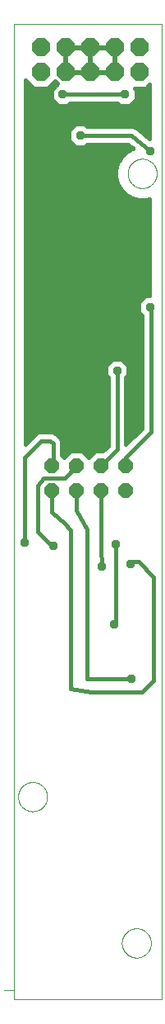
<source format=gtl>
G75*
%MOIN*%
%OFA0B0*%
%FSLAX25Y25*%
%IPPOS*%
%LPD*%
%AMOC8*
5,1,8,0,0,1.08239X$1,22.5*
%
%ADD10C,0.00000*%
%ADD11OC8,0.07400*%
%ADD12OC8,0.06000*%
%ADD13C,0.01600*%
%ADD14R,0.03962X0.03962*%
%ADD15OC8,0.03569*%
D10*
X0065737Y0017548D02*
X0069674Y0017548D01*
X0069713Y0013611D02*
X0069713Y0407312D01*
X0129713Y0407312D01*
X0129713Y0013611D01*
X0069713Y0013611D01*
X0071485Y0095501D02*
X0071487Y0095654D01*
X0071493Y0095808D01*
X0071503Y0095961D01*
X0071517Y0096113D01*
X0071535Y0096266D01*
X0071557Y0096417D01*
X0071582Y0096568D01*
X0071612Y0096719D01*
X0071646Y0096869D01*
X0071683Y0097017D01*
X0071724Y0097165D01*
X0071769Y0097311D01*
X0071818Y0097457D01*
X0071871Y0097601D01*
X0071927Y0097743D01*
X0071987Y0097884D01*
X0072051Y0098024D01*
X0072118Y0098162D01*
X0072189Y0098298D01*
X0072264Y0098432D01*
X0072341Y0098564D01*
X0072423Y0098694D01*
X0072507Y0098822D01*
X0072595Y0098948D01*
X0072686Y0099071D01*
X0072780Y0099192D01*
X0072878Y0099310D01*
X0072978Y0099426D01*
X0073082Y0099539D01*
X0073188Y0099650D01*
X0073297Y0099758D01*
X0073409Y0099863D01*
X0073523Y0099964D01*
X0073641Y0100063D01*
X0073760Y0100159D01*
X0073882Y0100252D01*
X0074007Y0100341D01*
X0074134Y0100428D01*
X0074263Y0100510D01*
X0074394Y0100590D01*
X0074527Y0100666D01*
X0074662Y0100739D01*
X0074799Y0100808D01*
X0074938Y0100873D01*
X0075078Y0100935D01*
X0075220Y0100993D01*
X0075363Y0101048D01*
X0075508Y0101099D01*
X0075654Y0101146D01*
X0075801Y0101189D01*
X0075949Y0101228D01*
X0076098Y0101264D01*
X0076248Y0101295D01*
X0076399Y0101323D01*
X0076550Y0101347D01*
X0076703Y0101367D01*
X0076855Y0101383D01*
X0077008Y0101395D01*
X0077161Y0101403D01*
X0077314Y0101407D01*
X0077468Y0101407D01*
X0077621Y0101403D01*
X0077774Y0101395D01*
X0077927Y0101383D01*
X0078079Y0101367D01*
X0078232Y0101347D01*
X0078383Y0101323D01*
X0078534Y0101295D01*
X0078684Y0101264D01*
X0078833Y0101228D01*
X0078981Y0101189D01*
X0079128Y0101146D01*
X0079274Y0101099D01*
X0079419Y0101048D01*
X0079562Y0100993D01*
X0079704Y0100935D01*
X0079844Y0100873D01*
X0079983Y0100808D01*
X0080120Y0100739D01*
X0080255Y0100666D01*
X0080388Y0100590D01*
X0080519Y0100510D01*
X0080648Y0100428D01*
X0080775Y0100341D01*
X0080900Y0100252D01*
X0081022Y0100159D01*
X0081141Y0100063D01*
X0081259Y0099964D01*
X0081373Y0099863D01*
X0081485Y0099758D01*
X0081594Y0099650D01*
X0081700Y0099539D01*
X0081804Y0099426D01*
X0081904Y0099310D01*
X0082002Y0099192D01*
X0082096Y0099071D01*
X0082187Y0098948D01*
X0082275Y0098822D01*
X0082359Y0098694D01*
X0082441Y0098564D01*
X0082518Y0098432D01*
X0082593Y0098298D01*
X0082664Y0098162D01*
X0082731Y0098024D01*
X0082795Y0097884D01*
X0082855Y0097743D01*
X0082911Y0097601D01*
X0082964Y0097457D01*
X0083013Y0097311D01*
X0083058Y0097165D01*
X0083099Y0097017D01*
X0083136Y0096869D01*
X0083170Y0096719D01*
X0083200Y0096568D01*
X0083225Y0096417D01*
X0083247Y0096266D01*
X0083265Y0096113D01*
X0083279Y0095961D01*
X0083289Y0095808D01*
X0083295Y0095654D01*
X0083297Y0095501D01*
X0083295Y0095348D01*
X0083289Y0095194D01*
X0083279Y0095041D01*
X0083265Y0094889D01*
X0083247Y0094736D01*
X0083225Y0094585D01*
X0083200Y0094434D01*
X0083170Y0094283D01*
X0083136Y0094133D01*
X0083099Y0093985D01*
X0083058Y0093837D01*
X0083013Y0093691D01*
X0082964Y0093545D01*
X0082911Y0093401D01*
X0082855Y0093259D01*
X0082795Y0093118D01*
X0082731Y0092978D01*
X0082664Y0092840D01*
X0082593Y0092704D01*
X0082518Y0092570D01*
X0082441Y0092438D01*
X0082359Y0092308D01*
X0082275Y0092180D01*
X0082187Y0092054D01*
X0082096Y0091931D01*
X0082002Y0091810D01*
X0081904Y0091692D01*
X0081804Y0091576D01*
X0081700Y0091463D01*
X0081594Y0091352D01*
X0081485Y0091244D01*
X0081373Y0091139D01*
X0081259Y0091038D01*
X0081141Y0090939D01*
X0081022Y0090843D01*
X0080900Y0090750D01*
X0080775Y0090661D01*
X0080648Y0090574D01*
X0080519Y0090492D01*
X0080388Y0090412D01*
X0080255Y0090336D01*
X0080120Y0090263D01*
X0079983Y0090194D01*
X0079844Y0090129D01*
X0079704Y0090067D01*
X0079562Y0090009D01*
X0079419Y0089954D01*
X0079274Y0089903D01*
X0079128Y0089856D01*
X0078981Y0089813D01*
X0078833Y0089774D01*
X0078684Y0089738D01*
X0078534Y0089707D01*
X0078383Y0089679D01*
X0078232Y0089655D01*
X0078079Y0089635D01*
X0077927Y0089619D01*
X0077774Y0089607D01*
X0077621Y0089599D01*
X0077468Y0089595D01*
X0077314Y0089595D01*
X0077161Y0089599D01*
X0077008Y0089607D01*
X0076855Y0089619D01*
X0076703Y0089635D01*
X0076550Y0089655D01*
X0076399Y0089679D01*
X0076248Y0089707D01*
X0076098Y0089738D01*
X0075949Y0089774D01*
X0075801Y0089813D01*
X0075654Y0089856D01*
X0075508Y0089903D01*
X0075363Y0089954D01*
X0075220Y0090009D01*
X0075078Y0090067D01*
X0074938Y0090129D01*
X0074799Y0090194D01*
X0074662Y0090263D01*
X0074527Y0090336D01*
X0074394Y0090412D01*
X0074263Y0090492D01*
X0074134Y0090574D01*
X0074007Y0090661D01*
X0073882Y0090750D01*
X0073760Y0090843D01*
X0073641Y0090939D01*
X0073523Y0091038D01*
X0073409Y0091139D01*
X0073297Y0091244D01*
X0073188Y0091352D01*
X0073082Y0091463D01*
X0072978Y0091576D01*
X0072878Y0091692D01*
X0072780Y0091810D01*
X0072686Y0091931D01*
X0072595Y0092054D01*
X0072507Y0092180D01*
X0072423Y0092308D01*
X0072341Y0092438D01*
X0072264Y0092570D01*
X0072189Y0092704D01*
X0072118Y0092840D01*
X0072051Y0092978D01*
X0071987Y0093118D01*
X0071927Y0093259D01*
X0071871Y0093401D01*
X0071818Y0093545D01*
X0071769Y0093691D01*
X0071724Y0093837D01*
X0071683Y0093985D01*
X0071646Y0094133D01*
X0071612Y0094283D01*
X0071582Y0094434D01*
X0071557Y0094585D01*
X0071535Y0094736D01*
X0071517Y0094889D01*
X0071503Y0095041D01*
X0071493Y0095194D01*
X0071487Y0095348D01*
X0071485Y0095501D01*
X0113611Y0036446D02*
X0113613Y0036599D01*
X0113619Y0036753D01*
X0113629Y0036906D01*
X0113643Y0037058D01*
X0113661Y0037211D01*
X0113683Y0037362D01*
X0113708Y0037513D01*
X0113738Y0037664D01*
X0113772Y0037814D01*
X0113809Y0037962D01*
X0113850Y0038110D01*
X0113895Y0038256D01*
X0113944Y0038402D01*
X0113997Y0038546D01*
X0114053Y0038688D01*
X0114113Y0038829D01*
X0114177Y0038969D01*
X0114244Y0039107D01*
X0114315Y0039243D01*
X0114390Y0039377D01*
X0114467Y0039509D01*
X0114549Y0039639D01*
X0114633Y0039767D01*
X0114721Y0039893D01*
X0114812Y0040016D01*
X0114906Y0040137D01*
X0115004Y0040255D01*
X0115104Y0040371D01*
X0115208Y0040484D01*
X0115314Y0040595D01*
X0115423Y0040703D01*
X0115535Y0040808D01*
X0115649Y0040909D01*
X0115767Y0041008D01*
X0115886Y0041104D01*
X0116008Y0041197D01*
X0116133Y0041286D01*
X0116260Y0041373D01*
X0116389Y0041455D01*
X0116520Y0041535D01*
X0116653Y0041611D01*
X0116788Y0041684D01*
X0116925Y0041753D01*
X0117064Y0041818D01*
X0117204Y0041880D01*
X0117346Y0041938D01*
X0117489Y0041993D01*
X0117634Y0042044D01*
X0117780Y0042091D01*
X0117927Y0042134D01*
X0118075Y0042173D01*
X0118224Y0042209D01*
X0118374Y0042240D01*
X0118525Y0042268D01*
X0118676Y0042292D01*
X0118829Y0042312D01*
X0118981Y0042328D01*
X0119134Y0042340D01*
X0119287Y0042348D01*
X0119440Y0042352D01*
X0119594Y0042352D01*
X0119747Y0042348D01*
X0119900Y0042340D01*
X0120053Y0042328D01*
X0120205Y0042312D01*
X0120358Y0042292D01*
X0120509Y0042268D01*
X0120660Y0042240D01*
X0120810Y0042209D01*
X0120959Y0042173D01*
X0121107Y0042134D01*
X0121254Y0042091D01*
X0121400Y0042044D01*
X0121545Y0041993D01*
X0121688Y0041938D01*
X0121830Y0041880D01*
X0121970Y0041818D01*
X0122109Y0041753D01*
X0122246Y0041684D01*
X0122381Y0041611D01*
X0122514Y0041535D01*
X0122645Y0041455D01*
X0122774Y0041373D01*
X0122901Y0041286D01*
X0123026Y0041197D01*
X0123148Y0041104D01*
X0123267Y0041008D01*
X0123385Y0040909D01*
X0123499Y0040808D01*
X0123611Y0040703D01*
X0123720Y0040595D01*
X0123826Y0040484D01*
X0123930Y0040371D01*
X0124030Y0040255D01*
X0124128Y0040137D01*
X0124222Y0040016D01*
X0124313Y0039893D01*
X0124401Y0039767D01*
X0124485Y0039639D01*
X0124567Y0039509D01*
X0124644Y0039377D01*
X0124719Y0039243D01*
X0124790Y0039107D01*
X0124857Y0038969D01*
X0124921Y0038829D01*
X0124981Y0038688D01*
X0125037Y0038546D01*
X0125090Y0038402D01*
X0125139Y0038256D01*
X0125184Y0038110D01*
X0125225Y0037962D01*
X0125262Y0037814D01*
X0125296Y0037664D01*
X0125326Y0037513D01*
X0125351Y0037362D01*
X0125373Y0037211D01*
X0125391Y0037058D01*
X0125405Y0036906D01*
X0125415Y0036753D01*
X0125421Y0036599D01*
X0125423Y0036446D01*
X0125421Y0036293D01*
X0125415Y0036139D01*
X0125405Y0035986D01*
X0125391Y0035834D01*
X0125373Y0035681D01*
X0125351Y0035530D01*
X0125326Y0035379D01*
X0125296Y0035228D01*
X0125262Y0035078D01*
X0125225Y0034930D01*
X0125184Y0034782D01*
X0125139Y0034636D01*
X0125090Y0034490D01*
X0125037Y0034346D01*
X0124981Y0034204D01*
X0124921Y0034063D01*
X0124857Y0033923D01*
X0124790Y0033785D01*
X0124719Y0033649D01*
X0124644Y0033515D01*
X0124567Y0033383D01*
X0124485Y0033253D01*
X0124401Y0033125D01*
X0124313Y0032999D01*
X0124222Y0032876D01*
X0124128Y0032755D01*
X0124030Y0032637D01*
X0123930Y0032521D01*
X0123826Y0032408D01*
X0123720Y0032297D01*
X0123611Y0032189D01*
X0123499Y0032084D01*
X0123385Y0031983D01*
X0123267Y0031884D01*
X0123148Y0031788D01*
X0123026Y0031695D01*
X0122901Y0031606D01*
X0122774Y0031519D01*
X0122645Y0031437D01*
X0122514Y0031357D01*
X0122381Y0031281D01*
X0122246Y0031208D01*
X0122109Y0031139D01*
X0121970Y0031074D01*
X0121830Y0031012D01*
X0121688Y0030954D01*
X0121545Y0030899D01*
X0121400Y0030848D01*
X0121254Y0030801D01*
X0121107Y0030758D01*
X0120959Y0030719D01*
X0120810Y0030683D01*
X0120660Y0030652D01*
X0120509Y0030624D01*
X0120358Y0030600D01*
X0120205Y0030580D01*
X0120053Y0030564D01*
X0119900Y0030552D01*
X0119747Y0030544D01*
X0119594Y0030540D01*
X0119440Y0030540D01*
X0119287Y0030544D01*
X0119134Y0030552D01*
X0118981Y0030564D01*
X0118829Y0030580D01*
X0118676Y0030600D01*
X0118525Y0030624D01*
X0118374Y0030652D01*
X0118224Y0030683D01*
X0118075Y0030719D01*
X0117927Y0030758D01*
X0117780Y0030801D01*
X0117634Y0030848D01*
X0117489Y0030899D01*
X0117346Y0030954D01*
X0117204Y0031012D01*
X0117064Y0031074D01*
X0116925Y0031139D01*
X0116788Y0031208D01*
X0116653Y0031281D01*
X0116520Y0031357D01*
X0116389Y0031437D01*
X0116260Y0031519D01*
X0116133Y0031606D01*
X0116008Y0031695D01*
X0115886Y0031788D01*
X0115767Y0031884D01*
X0115649Y0031983D01*
X0115535Y0032084D01*
X0115423Y0032189D01*
X0115314Y0032297D01*
X0115208Y0032408D01*
X0115104Y0032521D01*
X0115004Y0032637D01*
X0114906Y0032755D01*
X0114812Y0032876D01*
X0114721Y0032999D01*
X0114633Y0033125D01*
X0114549Y0033253D01*
X0114467Y0033383D01*
X0114390Y0033515D01*
X0114315Y0033649D01*
X0114244Y0033785D01*
X0114177Y0033923D01*
X0114113Y0034063D01*
X0114053Y0034204D01*
X0113997Y0034346D01*
X0113944Y0034490D01*
X0113895Y0034636D01*
X0113850Y0034782D01*
X0113809Y0034930D01*
X0113772Y0035078D01*
X0113738Y0035228D01*
X0113708Y0035379D01*
X0113683Y0035530D01*
X0113661Y0035681D01*
X0113643Y0035834D01*
X0113629Y0035986D01*
X0113619Y0036139D01*
X0113613Y0036293D01*
X0113611Y0036446D01*
X0115973Y0347076D02*
X0115975Y0347229D01*
X0115981Y0347383D01*
X0115991Y0347536D01*
X0116005Y0347688D01*
X0116023Y0347841D01*
X0116045Y0347992D01*
X0116070Y0348143D01*
X0116100Y0348294D01*
X0116134Y0348444D01*
X0116171Y0348592D01*
X0116212Y0348740D01*
X0116257Y0348886D01*
X0116306Y0349032D01*
X0116359Y0349176D01*
X0116415Y0349318D01*
X0116475Y0349459D01*
X0116539Y0349599D01*
X0116606Y0349737D01*
X0116677Y0349873D01*
X0116752Y0350007D01*
X0116829Y0350139D01*
X0116911Y0350269D01*
X0116995Y0350397D01*
X0117083Y0350523D01*
X0117174Y0350646D01*
X0117268Y0350767D01*
X0117366Y0350885D01*
X0117466Y0351001D01*
X0117570Y0351114D01*
X0117676Y0351225D01*
X0117785Y0351333D01*
X0117897Y0351438D01*
X0118011Y0351539D01*
X0118129Y0351638D01*
X0118248Y0351734D01*
X0118370Y0351827D01*
X0118495Y0351916D01*
X0118622Y0352003D01*
X0118751Y0352085D01*
X0118882Y0352165D01*
X0119015Y0352241D01*
X0119150Y0352314D01*
X0119287Y0352383D01*
X0119426Y0352448D01*
X0119566Y0352510D01*
X0119708Y0352568D01*
X0119851Y0352623D01*
X0119996Y0352674D01*
X0120142Y0352721D01*
X0120289Y0352764D01*
X0120437Y0352803D01*
X0120586Y0352839D01*
X0120736Y0352870D01*
X0120887Y0352898D01*
X0121038Y0352922D01*
X0121191Y0352942D01*
X0121343Y0352958D01*
X0121496Y0352970D01*
X0121649Y0352978D01*
X0121802Y0352982D01*
X0121956Y0352982D01*
X0122109Y0352978D01*
X0122262Y0352970D01*
X0122415Y0352958D01*
X0122567Y0352942D01*
X0122720Y0352922D01*
X0122871Y0352898D01*
X0123022Y0352870D01*
X0123172Y0352839D01*
X0123321Y0352803D01*
X0123469Y0352764D01*
X0123616Y0352721D01*
X0123762Y0352674D01*
X0123907Y0352623D01*
X0124050Y0352568D01*
X0124192Y0352510D01*
X0124332Y0352448D01*
X0124471Y0352383D01*
X0124608Y0352314D01*
X0124743Y0352241D01*
X0124876Y0352165D01*
X0125007Y0352085D01*
X0125136Y0352003D01*
X0125263Y0351916D01*
X0125388Y0351827D01*
X0125510Y0351734D01*
X0125629Y0351638D01*
X0125747Y0351539D01*
X0125861Y0351438D01*
X0125973Y0351333D01*
X0126082Y0351225D01*
X0126188Y0351114D01*
X0126292Y0351001D01*
X0126392Y0350885D01*
X0126490Y0350767D01*
X0126584Y0350646D01*
X0126675Y0350523D01*
X0126763Y0350397D01*
X0126847Y0350269D01*
X0126929Y0350139D01*
X0127006Y0350007D01*
X0127081Y0349873D01*
X0127152Y0349737D01*
X0127219Y0349599D01*
X0127283Y0349459D01*
X0127343Y0349318D01*
X0127399Y0349176D01*
X0127452Y0349032D01*
X0127501Y0348886D01*
X0127546Y0348740D01*
X0127587Y0348592D01*
X0127624Y0348444D01*
X0127658Y0348294D01*
X0127688Y0348143D01*
X0127713Y0347992D01*
X0127735Y0347841D01*
X0127753Y0347688D01*
X0127767Y0347536D01*
X0127777Y0347383D01*
X0127783Y0347229D01*
X0127785Y0347076D01*
X0127783Y0346923D01*
X0127777Y0346769D01*
X0127767Y0346616D01*
X0127753Y0346464D01*
X0127735Y0346311D01*
X0127713Y0346160D01*
X0127688Y0346009D01*
X0127658Y0345858D01*
X0127624Y0345708D01*
X0127587Y0345560D01*
X0127546Y0345412D01*
X0127501Y0345266D01*
X0127452Y0345120D01*
X0127399Y0344976D01*
X0127343Y0344834D01*
X0127283Y0344693D01*
X0127219Y0344553D01*
X0127152Y0344415D01*
X0127081Y0344279D01*
X0127006Y0344145D01*
X0126929Y0344013D01*
X0126847Y0343883D01*
X0126763Y0343755D01*
X0126675Y0343629D01*
X0126584Y0343506D01*
X0126490Y0343385D01*
X0126392Y0343267D01*
X0126292Y0343151D01*
X0126188Y0343038D01*
X0126082Y0342927D01*
X0125973Y0342819D01*
X0125861Y0342714D01*
X0125747Y0342613D01*
X0125629Y0342514D01*
X0125510Y0342418D01*
X0125388Y0342325D01*
X0125263Y0342236D01*
X0125136Y0342149D01*
X0125007Y0342067D01*
X0124876Y0341987D01*
X0124743Y0341911D01*
X0124608Y0341838D01*
X0124471Y0341769D01*
X0124332Y0341704D01*
X0124192Y0341642D01*
X0124050Y0341584D01*
X0123907Y0341529D01*
X0123762Y0341478D01*
X0123616Y0341431D01*
X0123469Y0341388D01*
X0123321Y0341349D01*
X0123172Y0341313D01*
X0123022Y0341282D01*
X0122871Y0341254D01*
X0122720Y0341230D01*
X0122567Y0341210D01*
X0122415Y0341194D01*
X0122262Y0341182D01*
X0122109Y0341174D01*
X0121956Y0341170D01*
X0121802Y0341170D01*
X0121649Y0341174D01*
X0121496Y0341182D01*
X0121343Y0341194D01*
X0121191Y0341210D01*
X0121038Y0341230D01*
X0120887Y0341254D01*
X0120736Y0341282D01*
X0120586Y0341313D01*
X0120437Y0341349D01*
X0120289Y0341388D01*
X0120142Y0341431D01*
X0119996Y0341478D01*
X0119851Y0341529D01*
X0119708Y0341584D01*
X0119566Y0341642D01*
X0119426Y0341704D01*
X0119287Y0341769D01*
X0119150Y0341838D01*
X0119015Y0341911D01*
X0118882Y0341987D01*
X0118751Y0342067D01*
X0118622Y0342149D01*
X0118495Y0342236D01*
X0118370Y0342325D01*
X0118248Y0342418D01*
X0118129Y0342514D01*
X0118011Y0342613D01*
X0117897Y0342714D01*
X0117785Y0342819D01*
X0117676Y0342927D01*
X0117570Y0343038D01*
X0117466Y0343151D01*
X0117366Y0343267D01*
X0117268Y0343385D01*
X0117174Y0343506D01*
X0117083Y0343629D01*
X0116995Y0343755D01*
X0116911Y0343883D01*
X0116829Y0344013D01*
X0116752Y0344145D01*
X0116677Y0344279D01*
X0116606Y0344415D01*
X0116539Y0344553D01*
X0116475Y0344693D01*
X0116415Y0344834D01*
X0116359Y0344976D01*
X0116306Y0345120D01*
X0116257Y0345266D01*
X0116212Y0345412D01*
X0116171Y0345560D01*
X0116134Y0345708D01*
X0116100Y0345858D01*
X0116070Y0346009D01*
X0116045Y0346160D01*
X0116023Y0346311D01*
X0116005Y0346464D01*
X0115991Y0346616D01*
X0115981Y0346769D01*
X0115975Y0346923D01*
X0115973Y0347076D01*
D11*
X0120658Y0387981D03*
X0120658Y0397981D03*
X0110658Y0397981D03*
X0110658Y0387981D03*
X0100658Y0387981D03*
X0100658Y0397981D03*
X0090658Y0397981D03*
X0090658Y0387981D03*
X0080658Y0387981D03*
X0080658Y0397981D03*
D12*
X0085225Y0229241D03*
X0085225Y0219241D03*
X0095225Y0219241D03*
X0095225Y0229241D03*
X0105225Y0229241D03*
X0105225Y0219241D03*
X0115225Y0219241D03*
X0115225Y0229241D03*
D13*
X0115225Y0232548D01*
X0125422Y0242745D01*
X0125422Y0292745D01*
X0125028Y0293139D01*
X0121803Y0289854D02*
X0121803Y0244244D01*
X0115261Y0237702D01*
X0115261Y0264657D01*
X0116246Y0265641D01*
X0116246Y0269455D01*
X0113549Y0272151D01*
X0109736Y0272151D01*
X0107039Y0269455D01*
X0107039Y0265641D01*
X0108024Y0264657D01*
X0108024Y0237157D01*
X0105926Y0235060D01*
X0102815Y0235060D01*
X0100225Y0232470D01*
X0097635Y0235060D01*
X0092815Y0235060D01*
X0090225Y0232470D01*
X0089277Y0233418D01*
X0089277Y0238740D01*
X0088726Y0240070D01*
X0087708Y0241088D01*
X0086527Y0242270D01*
X0085197Y0242820D01*
X0080214Y0242820D01*
X0078884Y0242270D01*
X0077866Y0241252D01*
X0074513Y0237899D01*
X0074513Y0384907D01*
X0077958Y0381462D01*
X0083358Y0381462D01*
X0086379Y0384482D01*
X0087491Y0383371D01*
X0084992Y0380872D01*
X0084992Y0377059D01*
X0087689Y0374362D01*
X0091502Y0374362D01*
X0092486Y0375346D01*
X0111901Y0375346D01*
X0112885Y0374362D01*
X0116699Y0374362D01*
X0119395Y0377059D01*
X0119395Y0380872D01*
X0118805Y0381462D01*
X0123358Y0381462D01*
X0124913Y0383017D01*
X0124913Y0360959D01*
X0119997Y0365098D01*
X0119598Y0365498D01*
X0119451Y0365559D01*
X0119328Y0365662D01*
X0118790Y0365833D01*
X0118268Y0366049D01*
X0118108Y0366049D01*
X0117956Y0366097D01*
X0117393Y0366049D01*
X0099573Y0366049D01*
X0098589Y0367033D01*
X0094775Y0367033D01*
X0092079Y0364337D01*
X0092079Y0360523D01*
X0094775Y0357827D01*
X0098589Y0357827D01*
X0099573Y0358811D01*
X0116227Y0358811D01*
X0118179Y0357167D01*
X0117747Y0357052D01*
X0115305Y0355642D01*
X0113312Y0353649D01*
X0111903Y0351208D01*
X0111173Y0348485D01*
X0111173Y0345666D01*
X0111903Y0342943D01*
X0113312Y0340502D01*
X0115305Y0338509D01*
X0117747Y0337100D01*
X0120469Y0336370D01*
X0123288Y0336370D01*
X0124913Y0336806D01*
X0124913Y0297742D01*
X0123122Y0297742D01*
X0120425Y0295045D01*
X0120425Y0291232D01*
X0121803Y0289854D01*
X0121504Y0290153D02*
X0074513Y0290153D01*
X0074513Y0288555D02*
X0121803Y0288555D01*
X0121803Y0286956D02*
X0074513Y0286956D01*
X0074513Y0285358D02*
X0121803Y0285358D01*
X0121803Y0283759D02*
X0074513Y0283759D01*
X0074513Y0282161D02*
X0121803Y0282161D01*
X0121803Y0280562D02*
X0074513Y0280562D01*
X0074513Y0278964D02*
X0121803Y0278964D01*
X0121803Y0277365D02*
X0074513Y0277365D01*
X0074513Y0275767D02*
X0121803Y0275767D01*
X0121803Y0274168D02*
X0074513Y0274168D01*
X0074513Y0272570D02*
X0121803Y0272570D01*
X0121803Y0270971D02*
X0114729Y0270971D01*
X0116246Y0269373D02*
X0121803Y0269373D01*
X0121803Y0267774D02*
X0116246Y0267774D01*
X0116246Y0266176D02*
X0121803Y0266176D01*
X0121803Y0264577D02*
X0115261Y0264577D01*
X0115261Y0262979D02*
X0121803Y0262979D01*
X0121803Y0261380D02*
X0115261Y0261380D01*
X0115261Y0259782D02*
X0121803Y0259782D01*
X0121803Y0258183D02*
X0115261Y0258183D01*
X0115261Y0256585D02*
X0121803Y0256585D01*
X0121803Y0254986D02*
X0115261Y0254986D01*
X0115261Y0253388D02*
X0121803Y0253388D01*
X0121803Y0251789D02*
X0115261Y0251789D01*
X0115261Y0250191D02*
X0121803Y0250191D01*
X0121803Y0248592D02*
X0115261Y0248592D01*
X0115261Y0246994D02*
X0121803Y0246994D01*
X0121803Y0245395D02*
X0115261Y0245395D01*
X0115261Y0243797D02*
X0121356Y0243797D01*
X0119757Y0242198D02*
X0115261Y0242198D01*
X0115261Y0240600D02*
X0118159Y0240600D01*
X0116560Y0239001D02*
X0115261Y0239001D01*
X0111643Y0235658D02*
X0105225Y0229241D01*
X0101961Y0234206D02*
X0098490Y0234206D01*
X0100088Y0232607D02*
X0100362Y0232607D01*
X0095225Y0229241D02*
X0090619Y0224241D01*
X0081721Y0224241D01*
X0079359Y0221091D01*
X0079359Y0202587D01*
X0085265Y0196682D01*
X0085658Y0196682D01*
X0092745Y0202981D02*
X0089989Y0206131D01*
X0088020Y0207706D01*
X0085225Y0210501D01*
X0085225Y0219241D01*
X0085225Y0229241D02*
X0085658Y0229674D01*
X0085658Y0238020D01*
X0084477Y0239202D01*
X0080934Y0239202D01*
X0074241Y0232509D01*
X0074241Y0198257D01*
X0074513Y0239001D02*
X0075616Y0239001D01*
X0074513Y0240600D02*
X0077214Y0240600D01*
X0078813Y0242198D02*
X0074513Y0242198D01*
X0074513Y0243797D02*
X0108024Y0243797D01*
X0108024Y0245395D02*
X0074513Y0245395D01*
X0074513Y0246994D02*
X0108024Y0246994D01*
X0108024Y0248592D02*
X0074513Y0248592D01*
X0074513Y0250191D02*
X0108024Y0250191D01*
X0108024Y0251789D02*
X0074513Y0251789D01*
X0074513Y0253388D02*
X0108024Y0253388D01*
X0108024Y0254986D02*
X0074513Y0254986D01*
X0074513Y0256585D02*
X0108024Y0256585D01*
X0108024Y0258183D02*
X0074513Y0258183D01*
X0074513Y0259782D02*
X0108024Y0259782D01*
X0108024Y0261380D02*
X0074513Y0261380D01*
X0074513Y0262979D02*
X0108024Y0262979D01*
X0108024Y0264577D02*
X0074513Y0264577D01*
X0074513Y0266176D02*
X0107039Y0266176D01*
X0107039Y0267774D02*
X0074513Y0267774D01*
X0074513Y0269373D02*
X0107039Y0269373D01*
X0108556Y0270971D02*
X0074513Y0270971D01*
X0074513Y0291752D02*
X0120425Y0291752D01*
X0120425Y0293351D02*
X0074513Y0293351D01*
X0074513Y0294949D02*
X0120425Y0294949D01*
X0121927Y0296548D02*
X0074513Y0296548D01*
X0074513Y0298146D02*
X0124913Y0298146D01*
X0124913Y0299745D02*
X0074513Y0299745D01*
X0074513Y0301343D02*
X0124913Y0301343D01*
X0124913Y0302942D02*
X0074513Y0302942D01*
X0074513Y0304540D02*
X0124913Y0304540D01*
X0124913Y0306139D02*
X0074513Y0306139D01*
X0074513Y0307737D02*
X0124913Y0307737D01*
X0124913Y0309336D02*
X0074513Y0309336D01*
X0074513Y0310934D02*
X0124913Y0310934D01*
X0124913Y0312533D02*
X0074513Y0312533D01*
X0074513Y0314131D02*
X0124913Y0314131D01*
X0124913Y0315730D02*
X0074513Y0315730D01*
X0074513Y0317328D02*
X0124913Y0317328D01*
X0124913Y0318927D02*
X0074513Y0318927D01*
X0074513Y0320525D02*
X0124913Y0320525D01*
X0124913Y0322124D02*
X0074513Y0322124D01*
X0074513Y0323722D02*
X0124913Y0323722D01*
X0124913Y0325321D02*
X0074513Y0325321D01*
X0074513Y0326919D02*
X0124913Y0326919D01*
X0124913Y0328518D02*
X0074513Y0328518D01*
X0074513Y0330116D02*
X0124913Y0330116D01*
X0124913Y0331715D02*
X0074513Y0331715D01*
X0074513Y0333313D02*
X0124913Y0333313D01*
X0124913Y0334912D02*
X0074513Y0334912D01*
X0074513Y0336510D02*
X0119946Y0336510D01*
X0115999Y0338109D02*
X0074513Y0338109D01*
X0074513Y0339707D02*
X0114107Y0339707D01*
X0112848Y0341306D02*
X0074513Y0341306D01*
X0074513Y0342904D02*
X0111925Y0342904D01*
X0111485Y0344503D02*
X0074513Y0344503D01*
X0074513Y0346101D02*
X0111173Y0346101D01*
X0111173Y0347700D02*
X0074513Y0347700D01*
X0074513Y0349298D02*
X0111391Y0349298D01*
X0111820Y0350897D02*
X0074513Y0350897D01*
X0074513Y0352495D02*
X0112646Y0352495D01*
X0113757Y0354094D02*
X0074513Y0354094D01*
X0074513Y0355692D02*
X0115393Y0355692D01*
X0118032Y0357291D02*
X0074513Y0357291D01*
X0074513Y0358889D02*
X0093712Y0358889D01*
X0092114Y0360488D02*
X0074513Y0360488D01*
X0074513Y0362086D02*
X0092079Y0362086D01*
X0092079Y0363685D02*
X0074513Y0363685D01*
X0074513Y0365284D02*
X0093026Y0365284D01*
X0094624Y0366882D02*
X0074513Y0366882D01*
X0074513Y0368481D02*
X0124913Y0368481D01*
X0124913Y0370079D02*
X0074513Y0370079D01*
X0074513Y0371678D02*
X0124913Y0371678D01*
X0124913Y0373276D02*
X0074513Y0373276D01*
X0074513Y0374875D02*
X0087176Y0374875D01*
X0085578Y0376473D02*
X0074513Y0376473D01*
X0074513Y0378072D02*
X0084992Y0378072D01*
X0084992Y0379670D02*
X0074513Y0379670D01*
X0074513Y0381269D02*
X0085389Y0381269D01*
X0084763Y0382867D02*
X0086987Y0382867D01*
X0086396Y0384466D02*
X0086362Y0384466D01*
X0090458Y0388181D02*
X0090458Y0393481D01*
X0090458Y0397781D01*
X0090858Y0397781D01*
X0090858Y0388181D01*
X0090458Y0388181D01*
X0090858Y0388181D02*
X0100458Y0388181D01*
X0100458Y0387781D01*
X0095158Y0387781D01*
X0090858Y0387781D01*
X0090858Y0388181D01*
X0090858Y0389261D02*
X0090458Y0389261D01*
X0090458Y0390860D02*
X0090858Y0390860D01*
X0090858Y0392458D02*
X0090458Y0392458D01*
X0090458Y0394057D02*
X0090858Y0394057D01*
X0090858Y0395655D02*
X0090458Y0395655D01*
X0090458Y0397254D02*
X0090858Y0397254D01*
X0090858Y0397781D02*
X0090858Y0398181D01*
X0100458Y0398181D01*
X0100458Y0397781D01*
X0095158Y0397781D01*
X0090858Y0397781D01*
X0089595Y0378965D02*
X0114792Y0378965D01*
X0117211Y0374875D02*
X0124913Y0374875D01*
X0124913Y0376473D02*
X0118810Y0376473D01*
X0119395Y0378072D02*
X0124913Y0378072D01*
X0124913Y0379670D02*
X0119395Y0379670D01*
X0118999Y0381269D02*
X0124913Y0381269D01*
X0124913Y0382867D02*
X0124763Y0382867D01*
X0124913Y0366882D02*
X0098740Y0366882D01*
X0096682Y0362430D02*
X0117548Y0362430D01*
X0125028Y0356131D01*
X0124913Y0362086D02*
X0123574Y0362086D01*
X0124913Y0363685D02*
X0121676Y0363685D01*
X0119812Y0365284D02*
X0124913Y0365284D01*
X0124913Y0336510D02*
X0123811Y0336510D01*
X0112373Y0374875D02*
X0092014Y0374875D01*
X0100858Y0387781D02*
X0100858Y0388181D01*
X0100458Y0388181D01*
X0100458Y0393481D01*
X0100458Y0397781D01*
X0100858Y0397781D01*
X0100858Y0388181D01*
X0110458Y0388181D01*
X0110458Y0387781D01*
X0105158Y0387781D01*
X0100858Y0387781D01*
X0100858Y0389261D02*
X0100458Y0389261D01*
X0100458Y0390860D02*
X0100858Y0390860D01*
X0100858Y0392458D02*
X0100458Y0392458D01*
X0100458Y0394057D02*
X0100858Y0394057D01*
X0100858Y0395655D02*
X0100458Y0395655D01*
X0100458Y0397254D02*
X0100858Y0397254D01*
X0100858Y0397781D02*
X0100858Y0398181D01*
X0110458Y0398181D01*
X0110458Y0397781D01*
X0105158Y0397781D01*
X0100858Y0397781D01*
X0110458Y0397781D02*
X0110458Y0393481D01*
X0110458Y0388181D01*
X0110858Y0388181D01*
X0110858Y0397781D01*
X0110458Y0397781D01*
X0110458Y0397254D02*
X0110858Y0397254D01*
X0110858Y0395655D02*
X0110458Y0395655D01*
X0110458Y0394057D02*
X0110858Y0394057D01*
X0110858Y0392458D02*
X0110458Y0392458D01*
X0110458Y0390860D02*
X0110858Y0390860D01*
X0110858Y0389261D02*
X0110458Y0389261D01*
X0076553Y0382867D02*
X0074513Y0382867D01*
X0074513Y0384466D02*
X0074955Y0384466D01*
X0111643Y0267548D02*
X0111643Y0235658D01*
X0108024Y0237403D02*
X0089277Y0237403D01*
X0089277Y0235804D02*
X0106670Y0235804D01*
X0108024Y0239001D02*
X0089169Y0239001D01*
X0088197Y0240600D02*
X0108024Y0240600D01*
X0108024Y0242198D02*
X0086598Y0242198D01*
X0089277Y0234206D02*
X0091961Y0234206D01*
X0090362Y0232607D02*
X0090088Y0232607D01*
X0095225Y0219241D02*
X0095107Y0219123D01*
X0095107Y0211249D01*
X0099438Y0203375D01*
X0099438Y0143139D01*
X0117548Y0143139D01*
X0121879Y0137627D02*
X0126603Y0142351D01*
X0126603Y0184083D01*
X0120304Y0190383D01*
X0117942Y0190383D01*
X0117154Y0189595D01*
X0111249Y0197469D02*
X0111249Y0165973D01*
X0110461Y0165186D01*
X0105343Y0188414D02*
X0105225Y0196406D01*
X0105225Y0219241D01*
X0092745Y0202981D02*
X0092745Y0139202D01*
X0101013Y0137627D01*
X0121879Y0137627D01*
D14*
X0100225Y0340383D03*
D15*
X0096682Y0362430D03*
X0089595Y0378965D03*
X0114792Y0378965D03*
X0125028Y0356131D03*
X0125028Y0293139D03*
X0111643Y0267548D03*
X0111249Y0197469D03*
X0117154Y0189595D03*
X0110461Y0165186D03*
X0117548Y0143139D03*
X0105343Y0188414D03*
X0085658Y0196682D03*
X0074241Y0198257D03*
M02*

</source>
